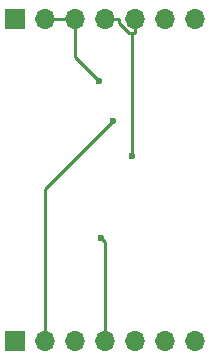
<source format=gbl>
G04 #@! TF.FileFunction,Copper,L2,Bot,Signal*
%FSLAX46Y46*%
G04 Gerber Fmt 4.6, Leading zero omitted, Abs format (unit mm)*
G04 Created by KiCad (PCBNEW 4.0.7-e1-6374~58~ubuntu16.04.1) date Wed Aug  2 11:39:58 2017*
%MOMM*%
%LPD*%
G01*
G04 APERTURE LIST*
%ADD10C,0.100000*%
%ADD11R,1.700000X1.700000*%
%ADD12O,1.700000X1.700000*%
%ADD13C,0.600000*%
%ADD14C,0.250000*%
G04 APERTURE END LIST*
D10*
D11*
X168910000Y-130810000D03*
D12*
X171450000Y-130810000D03*
X173990000Y-130810000D03*
X176530000Y-130810000D03*
X179070000Y-130810000D03*
X181610000Y-130810000D03*
X184150000Y-130810000D03*
D11*
X168910000Y-103505000D03*
D12*
X171450000Y-103505000D03*
X173990000Y-103505000D03*
X176530000Y-103505000D03*
X179070000Y-103505000D03*
X181610000Y-103505000D03*
X184150000Y-103505000D03*
D13*
X176223500Y-122053000D03*
X176024100Y-108765600D03*
X177165000Y-112159400D03*
X178787700Y-115079700D03*
D14*
X176530000Y-122359500D02*
X176223500Y-122053000D01*
X176530000Y-130810000D02*
X176530000Y-122359500D01*
X171450000Y-103505000D02*
X172625300Y-103505000D01*
X172625300Y-103505000D02*
X173990000Y-103505000D01*
X173990000Y-106731500D02*
X176024100Y-108765600D01*
X173990000Y-103505000D02*
X173990000Y-106731500D01*
X171450000Y-117874400D02*
X177165000Y-112159400D01*
X171450000Y-130810000D02*
X171450000Y-117874400D01*
X176530000Y-103505000D02*
X177705300Y-103505000D01*
X178842000Y-104680300D02*
X178787700Y-104734600D01*
X179070000Y-104680300D02*
X178842000Y-104680300D01*
X177705300Y-103881800D02*
X177705300Y-103505000D01*
X178558100Y-104734600D02*
X177705300Y-103881800D01*
X178787700Y-104734600D02*
X178558100Y-104734600D01*
X178787700Y-104734600D02*
X178787700Y-115079700D01*
X179070000Y-103505000D02*
X179070000Y-104680300D01*
M02*

</source>
